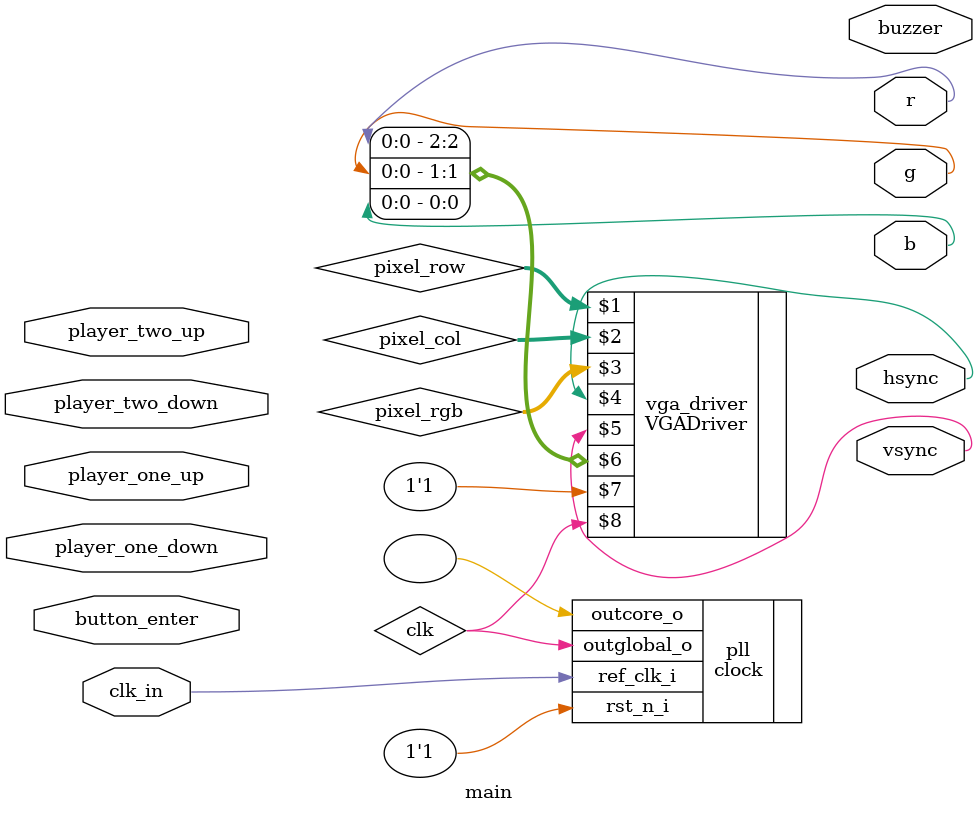
<source format=v>
module main(
	/* Game Input Ports */
	player_one_up,			// Input: Player One up controller
	player_one_down,		// Input: Player One down controller
	player_two_up,			// Output: Player Two up controller
	player_two_down,		// Output: Player Two down controller
	button_enter,			// Input: Player Enter controller
	/* Buzzer Port */
	buzzer,					// Output: Buzzer Sound
	/* Game Output Ports */
	hsync,					// Output: Horizontal Synchronization for VGA System
	vsync,					// Output: Vertical Synchronization for VGA System
	r,						// Output: Red RGB Component for VGA System
	g,						// Output: Green RGB Component for VGA System
	b,						// Output: Blue RGB Component for VGA System
	clk_in					// Input: External clock of 12MHz
);

	/*************************/
	/* Declaring input ports */
	/*************************/
	input wire player_one_up;
	input wire player_one_down;
	input wire player_two_up;
	input wire player_two_down;
	input wire button_enter;
	
	/**************************/
	/* Declaring output ports */
	/**************************/
	output reg buzzer;
	output wire hsync;
	output wire vsync;
	output wire r;
	output wire g;
	output wire b;
	
	/****************************/
	/* Clock Generation f=12MHz */
	/****************************/
	input wire clk_in;
	wire clk;
	clock pll(
			.ref_clk_i(clk_in) ,
			.rst_n_i(1'b1),
			.outcore_o(),
			.outglobal_o(clk));
	
	/*******************************/
	/* VGA Driver Connection Wires */
	/*******************************/
	wire [9:0] pixel_row;
	wire [9:0] pixel_col;
	wire [2:0] pixel_rgb;
	
	VGADriver vga_driver(pixel_row, pixel_col, pixel_rgb, hsync, vsync, {r, g, b}, 1'b1, clk);
endmodule
</source>
